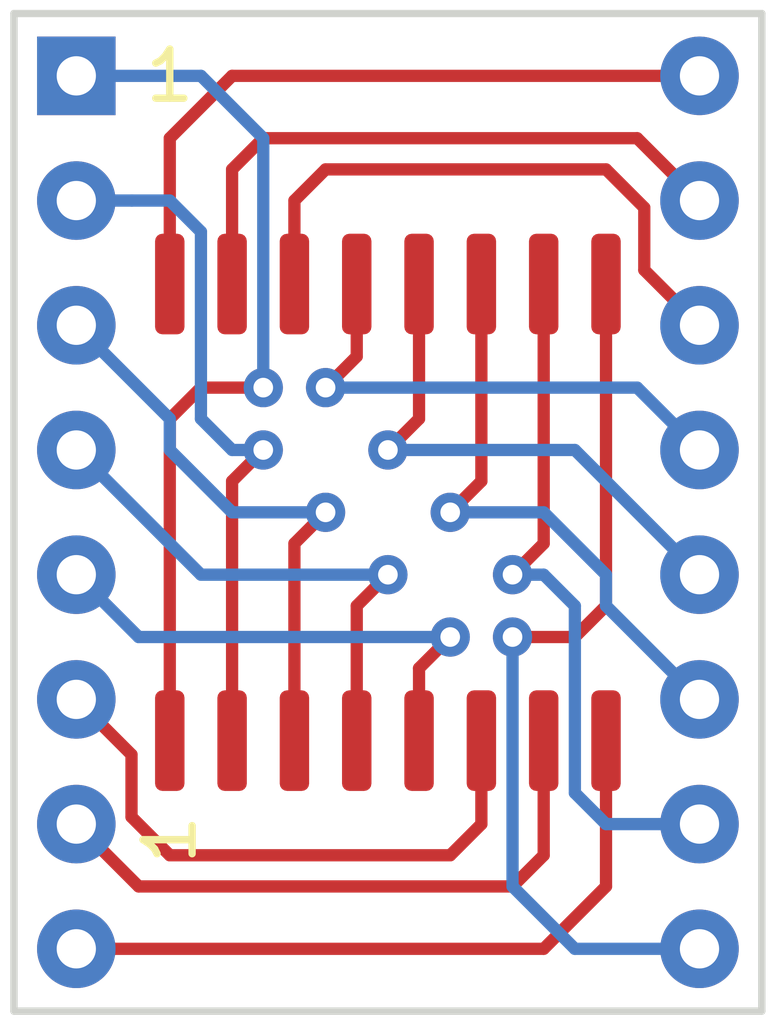
<source format=kicad_pcb>
(kicad_pcb (version 20171130) (host pcbnew "(5.1.5-0)")

  (general
    (thickness 1.6)
    (drawings 6)
    (tracks 91)
    (zones 0)
    (modules 2)
    (nets 17)
  )

  (page A4)
  (layers
    (0 F.Cu signal)
    (31 B.Cu signal)
    (32 B.Adhes user)
    (33 F.Adhes user)
    (34 B.Paste user)
    (35 F.Paste user)
    (36 B.SilkS user)
    (37 F.SilkS user)
    (38 B.Mask user)
    (39 F.Mask user)
    (40 Dwgs.User user)
    (41 Cmts.User user)
    (42 Eco1.User user)
    (43 Eco2.User user)
    (44 Edge.Cuts user)
    (45 Margin user)
    (46 B.CrtYd user)
    (47 F.CrtYd user hide)
    (48 B.Fab user)
    (49 F.Fab user hide)
  )

  (setup
    (last_trace_width 0.25)
    (trace_clearance 0.2)
    (zone_clearance 0.508)
    (zone_45_only no)
    (trace_min 0.2)
    (via_size 0.8)
    (via_drill 0.4)
    (via_min_size 0.4)
    (via_min_drill 0.3)
    (uvia_size 0.3)
    (uvia_drill 0.1)
    (uvias_allowed no)
    (uvia_min_size 0.2)
    (uvia_min_drill 0.1)
    (edge_width 0.15)
    (segment_width 0.2)
    (pcb_text_width 0.3)
    (pcb_text_size 1.5 1.5)
    (mod_edge_width 0.15)
    (mod_text_size 1 1)
    (mod_text_width 0.15)
    (pad_size 1.524 1.524)
    (pad_drill 0.762)
    (pad_to_mask_clearance 0.1016)
    (aux_axis_origin 0 0)
    (visible_elements FFFFFF7F)
    (pcbplotparams
      (layerselection 0x00030_ffffffff)
      (usegerberextensions false)
      (usegerberattributes false)
      (usegerberadvancedattributes false)
      (creategerberjobfile false)
      (excludeedgelayer true)
      (linewidth 0.100000)
      (plotframeref false)
      (viasonmask false)
      (mode 1)
      (useauxorigin false)
      (hpglpennumber 1)
      (hpglpenspeed 20)
      (hpglpendiameter 15.000000)
      (psnegative false)
      (psa4output false)
      (plotreference true)
      (plotvalue true)
      (plotinvisibletext false)
      (padsonsilk false)
      (subtractmaskfromsilk false)
      (outputformat 1)
      (mirror false)
      (drillshape 1)
      (scaleselection 1)
      (outputdirectory ""))
  )

  (net 0 "")
  (net 1 "Net-(J101-Pad16)")
  (net 2 "Net-(J101-Pad15)")
  (net 3 "Net-(J101-Pad14)")
  (net 4 "Net-(J101-Pad13)")
  (net 5 "Net-(J101-Pad12)")
  (net 6 "Net-(J101-Pad11)")
  (net 7 "Net-(J101-Pad10)")
  (net 8 "Net-(J101-Pad9)")
  (net 9 "Net-(J101-Pad8)")
  (net 10 "Net-(J101-Pad7)")
  (net 11 "Net-(J101-Pad6)")
  (net 12 "Net-(J101-Pad5)")
  (net 13 "Net-(J101-Pad4)")
  (net 14 "Net-(J101-Pad3)")
  (net 15 "Net-(J101-Pad2)")
  (net 16 "Net-(J101-Pad1)")

  (net_class Default "This is the default net class."
    (clearance 0.2)
    (trace_width 0.25)
    (via_dia 0.8)
    (via_drill 0.4)
    (uvia_dia 0.3)
    (uvia_drill 0.1)
    (add_net "Net-(J101-Pad1)")
    (add_net "Net-(J101-Pad10)")
    (add_net "Net-(J101-Pad11)")
    (add_net "Net-(J101-Pad12)")
    (add_net "Net-(J101-Pad13)")
    (add_net "Net-(J101-Pad14)")
    (add_net "Net-(J101-Pad15)")
    (add_net "Net-(J101-Pad16)")
    (add_net "Net-(J101-Pad2)")
    (add_net "Net-(J101-Pad3)")
    (add_net "Net-(J101-Pad4)")
    (add_net "Net-(J101-Pad5)")
    (add_net "Net-(J101-Pad6)")
    (add_net "Net-(J101-Pad7)")
    (add_net "Net-(J101-Pad8)")
    (add_net "Net-(J101-Pad9)")
  )

  (module Package_SO:SOIC-16W_7.5x10.3mm_P1.27mm (layer F.Cu) (tedit 60C95FB4) (tstamp 59776580)
    (at 31.75 34.29 90)
    (descr "SOIC, 16 Pin (JEDEC MS-013AA, https://www.analog.com/media/en/package-pcb-resources/package/pkg_pdf/soic_wide-rw/rw_16.pdf), generated with kicad-footprint-generator ipc_gullwing_generator.py")
    (tags "SOIC SO")
    (path /5976AA1C)
    (attr smd)
    (fp_text reference J101 (at 0 -6.1 90) (layer F.SilkS) hide
      (effects (font (size 1 1) (thickness 0.15)))
    )
    (fp_text value SO16 (at 0 6.1 90) (layer F.Fab)
      (effects (font (size 1 1) (thickness 0.15)))
    )
    (fp_text user %R (at 0 0 90) (layer F.Fab)
      (effects (font (size 1 1) (thickness 0.15)))
    )
    (fp_line (start 5.93 -5.4) (end -5.93 -5.4) (layer F.CrtYd) (width 0.05))
    (fp_line (start 5.93 5.4) (end 5.93 -5.4) (layer F.CrtYd) (width 0.05))
    (fp_line (start -5.93 5.4) (end 5.93 5.4) (layer F.CrtYd) (width 0.05))
    (fp_line (start -5.93 -5.4) (end -5.93 5.4) (layer F.CrtYd) (width 0.05))
    (fp_line (start -3.75 -4.15) (end -2.75 -5.15) (layer F.Fab) (width 0.1))
    (fp_line (start -3.75 5.15) (end -3.75 -4.15) (layer F.Fab) (width 0.1))
    (fp_line (start 3.75 5.15) (end -3.75 5.15) (layer F.Fab) (width 0.1))
    (fp_line (start 3.75 -5.15) (end 3.75 5.15) (layer F.Fab) (width 0.1))
    (fp_line (start -2.75 -5.15) (end 3.75 -5.15) (layer F.Fab) (width 0.1))
    (pad 16 smd roundrect (at 4.65 -4.445 90) (size 2.05 0.6) (layers F.Cu F.Paste F.Mask) (roundrect_rratio 0.25)
      (net 1 "Net-(J101-Pad16)"))
    (pad 15 smd roundrect (at 4.65 -3.175 90) (size 2.05 0.6) (layers F.Cu F.Paste F.Mask) (roundrect_rratio 0.25)
      (net 2 "Net-(J101-Pad15)"))
    (pad 14 smd roundrect (at 4.65 -1.905 90) (size 2.05 0.6) (layers F.Cu F.Paste F.Mask) (roundrect_rratio 0.25)
      (net 3 "Net-(J101-Pad14)"))
    (pad 13 smd roundrect (at 4.65 -0.635 90) (size 2.05 0.6) (layers F.Cu F.Paste F.Mask) (roundrect_rratio 0.25)
      (net 4 "Net-(J101-Pad13)"))
    (pad 12 smd roundrect (at 4.65 0.635 90) (size 2.05 0.6) (layers F.Cu F.Paste F.Mask) (roundrect_rratio 0.25)
      (net 5 "Net-(J101-Pad12)"))
    (pad 11 smd roundrect (at 4.65 1.905 90) (size 2.05 0.6) (layers F.Cu F.Paste F.Mask) (roundrect_rratio 0.25)
      (net 6 "Net-(J101-Pad11)"))
    (pad 10 smd roundrect (at 4.65 3.175 90) (size 2.05 0.6) (layers F.Cu F.Paste F.Mask) (roundrect_rratio 0.25)
      (net 7 "Net-(J101-Pad10)"))
    (pad 9 smd roundrect (at 4.65 4.445 90) (size 2.05 0.6) (layers F.Cu F.Paste F.Mask) (roundrect_rratio 0.25)
      (net 8 "Net-(J101-Pad9)"))
    (pad 8 smd roundrect (at -4.65 4.445 90) (size 2.05 0.6) (layers F.Cu F.Paste F.Mask) (roundrect_rratio 0.25)
      (net 9 "Net-(J101-Pad8)"))
    (pad 7 smd roundrect (at -4.65 3.175 90) (size 2.05 0.6) (layers F.Cu F.Paste F.Mask) (roundrect_rratio 0.25)
      (net 10 "Net-(J101-Pad7)"))
    (pad 6 smd roundrect (at -4.65 1.905 90) (size 2.05 0.6) (layers F.Cu F.Paste F.Mask) (roundrect_rratio 0.25)
      (net 11 "Net-(J101-Pad6)"))
    (pad 5 smd roundrect (at -4.65 0.635 90) (size 2.05 0.6) (layers F.Cu F.Paste F.Mask) (roundrect_rratio 0.25)
      (net 12 "Net-(J101-Pad5)"))
    (pad 4 smd roundrect (at -4.65 -0.635 90) (size 2.05 0.6) (layers F.Cu F.Paste F.Mask) (roundrect_rratio 0.25)
      (net 13 "Net-(J101-Pad4)"))
    (pad 3 smd roundrect (at -4.65 -1.905 90) (size 2.05 0.6) (layers F.Cu F.Paste F.Mask) (roundrect_rratio 0.25)
      (net 14 "Net-(J101-Pad3)"))
    (pad 2 smd roundrect (at -4.65 -3.175 90) (size 2.05 0.6) (layers F.Cu F.Paste F.Mask) (roundrect_rratio 0.25)
      (net 15 "Net-(J101-Pad2)"))
    (pad 1 smd roundrect (at -4.65 -4.445 90) (size 2.05 0.6) (layers F.Cu F.Paste F.Mask) (roundrect_rratio 0.25)
      (net 16 "Net-(J101-Pad1)"))
    (model ${KISYS3DMOD}/Package_SO.3dshapes/SOIC-16W_7.5x10.3mm_P1.27mm.wrl
      (at (xyz 0 0 0))
      (scale (xyz 1 1 1))
      (rotate (xyz 0 0 0))
    )
  )

  (module Module:Pololu_Breakout-16_15.2x20.3mm (layer F.Cu) (tedit 60C95F8C) (tstamp 597765A8)
    (at 25.4 25.4)
    (descr "Pololu Breakout 16-pin 15.2x20.3mm 0.6x0.8\\")
    (tags "Pololu Breakout")
    (path /5976AA40)
    (fp_text reference J102 (at 6.35 -2.54) (layer F.SilkS) hide
      (effects (font (size 1 1) (thickness 0.15)))
    )
    (fp_text value DIL16 (at 6.35 20.17) (layer F.Fab)
      (effects (font (size 1 1) (thickness 0.15)))
    )
    (fp_line (start 14.21 19.3) (end -1.53 19.3) (layer F.CrtYd) (width 0.05))
    (fp_line (start 14.21 19.3) (end 14.21 -1.52) (layer F.CrtYd) (width 0.05))
    (fp_line (start -1.53 -1.52) (end -1.53 19.3) (layer F.CrtYd) (width 0.05))
    (fp_line (start -1.53 -1.52) (end 14.21 -1.52) (layer F.CrtYd) (width 0.05))
    (fp_line (start -1.27 19.05) (end -1.27 0) (layer F.Fab) (width 0.1))
    (fp_line (start 13.97 19.05) (end -1.27 19.05) (layer F.Fab) (width 0.1))
    (fp_line (start 13.97 -1.27) (end 13.97 19.05) (layer F.Fab) (width 0.1))
    (fp_line (start 0 -1.27) (end 13.97 -1.27) (layer F.Fab) (width 0.1))
    (fp_line (start -1.27 0) (end 0 -1.27) (layer F.Fab) (width 0.1))
    (fp_text user %R (at 6.35 0) (layer F.Fab)
      (effects (font (size 1 1) (thickness 0.15)))
    )
    (pad 16 thru_hole oval (at 12.7 0) (size 1.6 1.6) (drill 0.8) (layers *.Cu *.Mask)
      (net 1 "Net-(J101-Pad16)"))
    (pad 8 thru_hole oval (at 0 17.78) (size 1.6 1.6) (drill 0.8) (layers *.Cu *.Mask)
      (net 9 "Net-(J101-Pad8)"))
    (pad 15 thru_hole oval (at 12.7 2.54) (size 1.6 1.6) (drill 0.8) (layers *.Cu *.Mask)
      (net 2 "Net-(J101-Pad15)"))
    (pad 7 thru_hole oval (at 0 15.24) (size 1.6 1.6) (drill 0.8) (layers *.Cu *.Mask)
      (net 10 "Net-(J101-Pad7)"))
    (pad 14 thru_hole oval (at 12.7 5.08) (size 1.6 1.6) (drill 0.8) (layers *.Cu *.Mask)
      (net 3 "Net-(J101-Pad14)"))
    (pad 6 thru_hole oval (at 0 12.7) (size 1.6 1.6) (drill 0.8) (layers *.Cu *.Mask)
      (net 11 "Net-(J101-Pad6)"))
    (pad 13 thru_hole oval (at 12.7 7.62) (size 1.6 1.6) (drill 0.8) (layers *.Cu *.Mask)
      (net 4 "Net-(J101-Pad13)"))
    (pad 5 thru_hole oval (at 0 10.16) (size 1.6 1.6) (drill 0.8) (layers *.Cu *.Mask)
      (net 12 "Net-(J101-Pad5)"))
    (pad 12 thru_hole oval (at 12.7 10.16) (size 1.6 1.6) (drill 0.8) (layers *.Cu *.Mask)
      (net 5 "Net-(J101-Pad12)"))
    (pad 4 thru_hole oval (at 0 7.62) (size 1.6 1.6) (drill 0.8) (layers *.Cu *.Mask)
      (net 13 "Net-(J101-Pad4)"))
    (pad 11 thru_hole oval (at 12.7 12.7) (size 1.6 1.6) (drill 0.8) (layers *.Cu *.Mask)
      (net 6 "Net-(J101-Pad11)"))
    (pad 3 thru_hole oval (at 0 5.08) (size 1.6 1.6) (drill 0.8) (layers *.Cu *.Mask)
      (net 14 "Net-(J101-Pad3)"))
    (pad 10 thru_hole oval (at 12.7 15.24) (size 1.6 1.6) (drill 0.8) (layers *.Cu *.Mask)
      (net 7 "Net-(J101-Pad10)"))
    (pad 2 thru_hole oval (at 0 2.54) (size 1.6 1.6) (drill 0.8) (layers *.Cu *.Mask)
      (net 15 "Net-(J101-Pad2)"))
    (pad 9 thru_hole oval (at 12.7 17.78) (size 1.6 1.6) (drill 0.8) (layers *.Cu *.Mask)
      (net 8 "Net-(J101-Pad9)"))
    (pad 1 thru_hole rect (at 0 0) (size 1.6 1.6) (drill 0.8) (layers *.Cu *.Mask)
      (net 16 "Net-(J101-Pad1)"))
    (model ${KISYS3DMOD}/Module.3dshapes/Pololu_Breakout-16_15.2x20.3mm.wrl
      (at (xyz 0 0 0))
      (scale (xyz 1 1 1))
      (rotate (xyz 0 0 0))
    )
  )

  (gr_text 1 (at 27.305 40.9575 90) (layer F.SilkS)
    (effects (font (size 1 1) (thickness 0.15)))
  )
  (gr_text 1 (at 27.305 25.4) (layer F.SilkS)
    (effects (font (size 1 1) (thickness 0.15)))
  )
  (gr_line (start 24.13 24.13) (end 39.37 24.13) (layer Edge.Cuts) (width 0.15) (tstamp 60C96253))
  (gr_line (start 39.37 44.45) (end 39.37 24.13) (layer Edge.Cuts) (width 0.15))
  (gr_line (start 24.13 44.45) (end 39.37 44.45) (layer Edge.Cuts) (width 0.15))
  (gr_line (start 24.13 24.13) (end 24.13 44.45) (layer Edge.Cuts) (width 0.15))

  (segment (start 27.305 26.67) (end 28.575 25.4) (width 0.25) (layer F.Cu) (net 1))
  (segment (start 38.1 25.4) (end 28.575 25.4) (width 0.25) (layer F.Cu) (net 1))
  (segment (start 27.305 26.67) (end 27.305 29.64) (width 0.25) (layer F.Cu) (net 1))
  (segment (start 28.575 27.305) (end 28.575 29.64) (width 0.25) (layer F.Cu) (net 2))
  (segment (start 36.83 26.67) (end 29.21 26.67) (width 0.25) (layer F.Cu) (net 2))
  (segment (start 29.21 26.67) (end 28.575 27.305) (width 0.25) (layer F.Cu) (net 2))
  (segment (start 38.1 27.94) (end 36.83 26.67) (width 0.25) (layer F.Cu) (net 2))
  (segment (start 36.974999 29.354999) (end 36.974999 28.084999) (width 0.25) (layer F.Cu) (net 3))
  (segment (start 38.1 30.48) (end 36.974999 29.354999) (width 0.25) (layer F.Cu) (net 3))
  (segment (start 36.974999 28.084999) (end 36.195 27.305) (width 0.25) (layer F.Cu) (net 3))
  (segment (start 36.195 27.305) (end 30.48 27.305) (width 0.25) (layer F.Cu) (net 3))
  (segment (start 30.48 27.305) (end 29.845 27.94) (width 0.25) (layer F.Cu) (net 3))
  (segment (start 29.845 27.94) (end 29.845 29.64) (width 0.25) (layer F.Cu) (net 3))
  (segment (start 31.115 31.115) (end 30.48 31.75) (width 0.25) (layer F.Cu) (net 4))
  (via (at 30.48 31.75) (size 0.8) (drill 0.4) (layers F.Cu B.Cu) (net 4))
  (segment (start 31.115 29.64) (end 31.115 31.115) (width 0.25) (layer F.Cu) (net 4))
  (segment (start 36.83 31.75) (end 38.1 33.02) (width 0.25) (layer B.Cu) (net 4))
  (segment (start 30.48 31.75) (end 36.83 31.75) (width 0.25) (layer B.Cu) (net 4))
  (segment (start 35.56 33.02) (end 31.75 33.02) (width 0.25) (layer B.Cu) (net 5))
  (via (at 31.75 33.02) (size 0.8) (drill 0.4) (layers F.Cu B.Cu) (net 5))
  (segment (start 38.1 35.56) (end 35.56 33.02) (width 0.25) (layer B.Cu) (net 5))
  (segment (start 31.75 33.02) (end 32.385 32.385) (width 0.25) (layer F.Cu) (net 5))
  (segment (start 32.385 32.385) (end 32.385 29.64) (width 0.25) (layer F.Cu) (net 5))
  (via (at 33.02 34.29) (size 0.8) (drill 0.4) (layers F.Cu B.Cu) (net 6))
  (segment (start 33.655 33.655) (end 33.02 34.29) (width 0.25) (layer F.Cu) (net 6))
  (segment (start 33.655 29.64) (end 33.655 33.655) (width 0.25) (layer F.Cu) (net 6))
  (segment (start 33.02 34.29) (end 34.925 34.29) (width 0.25) (layer B.Cu) (net 6))
  (segment (start 34.925 34.29) (end 36.195 35.56) (width 0.25) (layer B.Cu) (net 6))
  (segment (start 36.195 36.195) (end 38.1 38.1) (width 0.25) (layer B.Cu) (net 6))
  (segment (start 36.195 35.56) (end 36.195 36.195) (width 0.25) (layer B.Cu) (net 6))
  (segment (start 38.1 40.64) (end 36.195 40.64) (width 0.25) (layer B.Cu) (net 7))
  (segment (start 36.195 40.64) (end 35.56 40.005) (width 0.25) (layer B.Cu) (net 7))
  (segment (start 35.56 40.005) (end 35.56 36.195) (width 0.25) (layer B.Cu) (net 7))
  (via (at 34.29 35.56) (size 0.8) (drill 0.4) (layers F.Cu B.Cu) (net 7))
  (segment (start 34.925 35.56) (end 34.29 35.56) (width 0.25) (layer B.Cu) (net 7))
  (segment (start 35.56 36.195) (end 34.925 35.56) (width 0.25) (layer B.Cu) (net 7))
  (segment (start 34.29 35.56) (end 34.925 34.925) (width 0.25) (layer F.Cu) (net 7))
  (segment (start 34.925 34.925) (end 34.925 29.64) (width 0.25) (layer F.Cu) (net 7))
  (segment (start 36.195 29.64) (end 36.195 36.195) (width 0.25) (layer F.Cu) (net 8))
  (via (at 34.29 36.83) (size 0.8) (drill 0.4) (layers F.Cu B.Cu) (net 8))
  (segment (start 35.56 36.83) (end 34.29 36.83) (width 0.25) (layer F.Cu) (net 8))
  (segment (start 36.195 36.195) (end 35.56 36.83) (width 0.25) (layer F.Cu) (net 8))
  (segment (start 35.56 43.18) (end 34.29 41.91) (width 0.25) (layer B.Cu) (net 8))
  (segment (start 34.29 36.83) (end 34.29 41.91) (width 0.25) (layer B.Cu) (net 8))
  (segment (start 35.56 43.18) (end 38.1 43.18) (width 0.25) (layer B.Cu) (net 8))
  (segment (start 25.4 43.18) (end 34.925 43.18) (width 0.25) (layer F.Cu) (net 9))
  (segment (start 34.925 43.18) (end 36.195 41.91) (width 0.25) (layer F.Cu) (net 9))
  (segment (start 36.195 41.91) (end 36.195 38.94) (width 0.25) (layer F.Cu) (net 9))
  (segment (start 25.4 40.64) (end 26.67 41.91) (width 0.25) (layer F.Cu) (net 10))
  (segment (start 26.67 41.91) (end 34.29 41.91) (width 0.25) (layer F.Cu) (net 10))
  (segment (start 34.29 41.91) (end 34.925 41.275) (width 0.25) (layer F.Cu) (net 10))
  (segment (start 34.925 41.275) (end 34.925 38.94) (width 0.25) (layer F.Cu) (net 10))
  (segment (start 26.525001 39.225001) (end 26.525001 40.495001) (width 0.25) (layer F.Cu) (net 11))
  (segment (start 25.4 38.1) (end 26.525001 39.225001) (width 0.25) (layer F.Cu) (net 11))
  (segment (start 26.525001 40.495001) (end 27.305 41.275) (width 0.25) (layer F.Cu) (net 11))
  (segment (start 27.305 41.275) (end 33.02 41.275) (width 0.25) (layer F.Cu) (net 11))
  (segment (start 33.655 40.64) (end 33.655 38.94) (width 0.25) (layer F.Cu) (net 11))
  (segment (start 33.02 41.275) (end 33.655 40.64) (width 0.25) (layer F.Cu) (net 11))
  (segment (start 32.385 37.465) (end 33.02 36.83) (width 0.25) (layer F.Cu) (net 12))
  (via (at 33.02 36.83) (size 0.8) (drill 0.4) (layers F.Cu B.Cu) (net 12))
  (segment (start 32.385 38.94) (end 32.385 37.465) (width 0.25) (layer F.Cu) (net 12))
  (segment (start 26.67 36.83) (end 25.4 35.56) (width 0.25) (layer B.Cu) (net 12))
  (segment (start 33.02 36.83) (end 26.67 36.83) (width 0.25) (layer B.Cu) (net 12))
  (via (at 31.75 35.56) (size 0.8) (drill 0.4) (layers F.Cu B.Cu) (net 13))
  (segment (start 27.94 35.56) (end 31.75 35.56) (width 0.25) (layer B.Cu) (net 13))
  (segment (start 25.4 33.02) (end 27.94 35.56) (width 0.25) (layer B.Cu) (net 13))
  (segment (start 31.115 36.195) (end 31.115 38.94) (width 0.25) (layer F.Cu) (net 13))
  (segment (start 31.75 35.56) (end 31.115 36.195) (width 0.25) (layer F.Cu) (net 13))
  (via (at 30.48 34.29) (size 0.8) (drill 0.4) (layers F.Cu B.Cu) (net 14))
  (segment (start 29.845 34.925) (end 30.48 34.29) (width 0.25) (layer F.Cu) (net 14))
  (segment (start 29.845 38.94) (end 29.845 34.925) (width 0.25) (layer F.Cu) (net 14))
  (segment (start 30.48 34.29) (end 28.575 34.29) (width 0.25) (layer B.Cu) (net 14))
  (segment (start 28.575 34.29) (end 27.305 33.02) (width 0.25) (layer B.Cu) (net 14))
  (segment (start 27.305 32.385) (end 25.4 30.48) (width 0.25) (layer B.Cu) (net 14))
  (segment (start 27.305 33.02) (end 27.305 32.385) (width 0.25) (layer B.Cu) (net 14))
  (segment (start 25.4 27.94) (end 26.53137 27.94) (width 0.25) (layer B.Cu) (net 15))
  (segment (start 26.53137 27.94) (end 27.305 27.94) (width 0.25) (layer B.Cu) (net 15))
  (segment (start 27.305 27.94) (end 27.94 28.575) (width 0.25) (layer B.Cu) (net 15))
  (segment (start 27.94 28.575) (end 27.94 32.385) (width 0.25) (layer B.Cu) (net 15))
  (via (at 29.21 33.02) (size 0.8) (drill 0.4) (layers F.Cu B.Cu) (net 15))
  (segment (start 28.575 33.02) (end 29.21 33.02) (width 0.25) (layer B.Cu) (net 15))
  (segment (start 27.94 32.385) (end 28.575 33.02) (width 0.25) (layer B.Cu) (net 15))
  (segment (start 29.21 33.02) (end 28.575 33.655) (width 0.25) (layer F.Cu) (net 15))
  (segment (start 28.575 33.655) (end 28.575 38.94) (width 0.25) (layer F.Cu) (net 15))
  (segment (start 27.305 38.94) (end 27.305 32.385) (width 0.25) (layer F.Cu) (net 16))
  (via (at 29.21 31.75) (size 0.8) (drill 0.4) (layers F.Cu B.Cu) (net 16))
  (segment (start 27.94 31.75) (end 29.21 31.75) (width 0.25) (layer F.Cu) (net 16))
  (segment (start 27.305 32.385) (end 27.94 31.75) (width 0.25) (layer F.Cu) (net 16))
  (segment (start 29.21 31.75) (end 29.21 26.67) (width 0.25) (layer B.Cu) (net 16))
  (segment (start 27.94 25.4) (end 25.4 25.4) (width 0.25) (layer B.Cu) (net 16))
  (segment (start 29.21 26.67) (end 27.94 25.4) (width 0.25) (layer B.Cu) (net 16))

)

</source>
